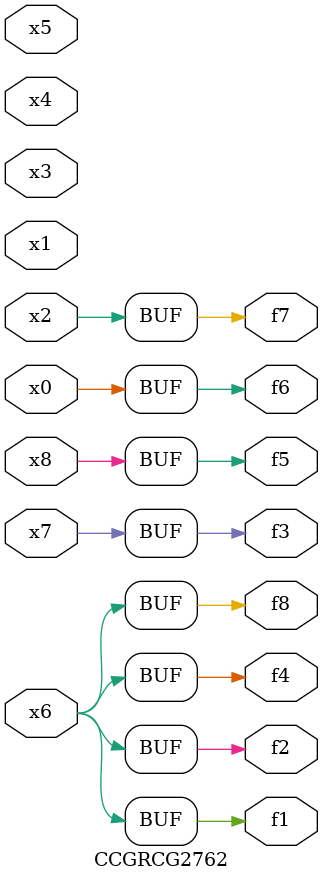
<source format=v>
module CCGRCG2762(
	input x0, x1, x2, x3, x4, x5, x6, x7, x8,
	output f1, f2, f3, f4, f5, f6, f7, f8
);
	assign f1 = x6;
	assign f2 = x6;
	assign f3 = x7;
	assign f4 = x6;
	assign f5 = x8;
	assign f6 = x0;
	assign f7 = x2;
	assign f8 = x6;
endmodule

</source>
